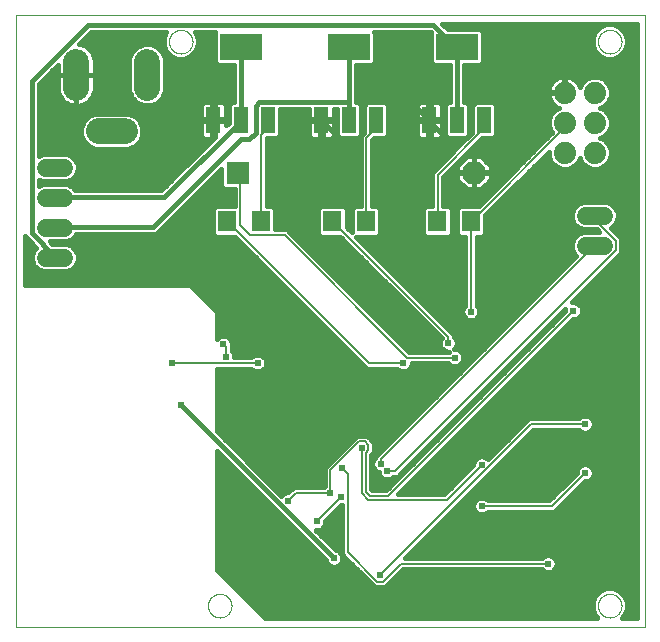
<source format=gbl>
G75*
%MOIN*%
%OFA0B0*%
%FSLAX25Y25*%
%IPPOS*%
%LPD*%
%AMOC8*
5,1,8,0,0,1.08239X$1,22.5*
%
%ADD10C,0.00000*%
%ADD11R,0.07600X0.07600*%
%ADD12OC8,0.07600*%
%ADD13C,0.06000*%
%ADD14R,0.06299X0.07098*%
%ADD15R,0.04799X0.08799*%
%ADD16R,0.14173X0.08661*%
%ADD17C,0.08600*%
%ADD18C,0.07400*%
%ADD19C,0.01500*%
%ADD20C,0.02400*%
%ADD21C,0.01600*%
%ADD22C,0.00600*%
D10*
X0011520Y0002000D02*
X0011520Y0205961D01*
X0221220Y0205961D01*
X0221220Y0002000D01*
X0011520Y0002000D01*
X0075583Y0009000D02*
X0075585Y0009125D01*
X0075591Y0009250D01*
X0075601Y0009374D01*
X0075615Y0009498D01*
X0075632Y0009622D01*
X0075654Y0009745D01*
X0075680Y0009867D01*
X0075709Y0009989D01*
X0075742Y0010109D01*
X0075780Y0010228D01*
X0075820Y0010347D01*
X0075865Y0010463D01*
X0075913Y0010578D01*
X0075965Y0010692D01*
X0076021Y0010804D01*
X0076080Y0010914D01*
X0076142Y0011022D01*
X0076208Y0011129D01*
X0076277Y0011233D01*
X0076350Y0011334D01*
X0076425Y0011434D01*
X0076504Y0011531D01*
X0076586Y0011625D01*
X0076671Y0011717D01*
X0076758Y0011806D01*
X0076849Y0011892D01*
X0076942Y0011975D01*
X0077038Y0012056D01*
X0077136Y0012133D01*
X0077236Y0012207D01*
X0077339Y0012278D01*
X0077444Y0012345D01*
X0077552Y0012410D01*
X0077661Y0012470D01*
X0077772Y0012528D01*
X0077885Y0012581D01*
X0077999Y0012631D01*
X0078115Y0012678D01*
X0078232Y0012720D01*
X0078351Y0012759D01*
X0078471Y0012795D01*
X0078592Y0012826D01*
X0078714Y0012854D01*
X0078836Y0012877D01*
X0078960Y0012897D01*
X0079084Y0012913D01*
X0079208Y0012925D01*
X0079333Y0012933D01*
X0079458Y0012937D01*
X0079582Y0012937D01*
X0079707Y0012933D01*
X0079832Y0012925D01*
X0079956Y0012913D01*
X0080080Y0012897D01*
X0080204Y0012877D01*
X0080326Y0012854D01*
X0080448Y0012826D01*
X0080569Y0012795D01*
X0080689Y0012759D01*
X0080808Y0012720D01*
X0080925Y0012678D01*
X0081041Y0012631D01*
X0081155Y0012581D01*
X0081268Y0012528D01*
X0081379Y0012470D01*
X0081489Y0012410D01*
X0081596Y0012345D01*
X0081701Y0012278D01*
X0081804Y0012207D01*
X0081904Y0012133D01*
X0082002Y0012056D01*
X0082098Y0011975D01*
X0082191Y0011892D01*
X0082282Y0011806D01*
X0082369Y0011717D01*
X0082454Y0011625D01*
X0082536Y0011531D01*
X0082615Y0011434D01*
X0082690Y0011334D01*
X0082763Y0011233D01*
X0082832Y0011129D01*
X0082898Y0011022D01*
X0082960Y0010914D01*
X0083019Y0010804D01*
X0083075Y0010692D01*
X0083127Y0010578D01*
X0083175Y0010463D01*
X0083220Y0010347D01*
X0083260Y0010228D01*
X0083298Y0010109D01*
X0083331Y0009989D01*
X0083360Y0009867D01*
X0083386Y0009745D01*
X0083408Y0009622D01*
X0083425Y0009498D01*
X0083439Y0009374D01*
X0083449Y0009250D01*
X0083455Y0009125D01*
X0083457Y0009000D01*
X0083455Y0008875D01*
X0083449Y0008750D01*
X0083439Y0008626D01*
X0083425Y0008502D01*
X0083408Y0008378D01*
X0083386Y0008255D01*
X0083360Y0008133D01*
X0083331Y0008011D01*
X0083298Y0007891D01*
X0083260Y0007772D01*
X0083220Y0007653D01*
X0083175Y0007537D01*
X0083127Y0007422D01*
X0083075Y0007308D01*
X0083019Y0007196D01*
X0082960Y0007086D01*
X0082898Y0006978D01*
X0082832Y0006871D01*
X0082763Y0006767D01*
X0082690Y0006666D01*
X0082615Y0006566D01*
X0082536Y0006469D01*
X0082454Y0006375D01*
X0082369Y0006283D01*
X0082282Y0006194D01*
X0082191Y0006108D01*
X0082098Y0006025D01*
X0082002Y0005944D01*
X0081904Y0005867D01*
X0081804Y0005793D01*
X0081701Y0005722D01*
X0081596Y0005655D01*
X0081488Y0005590D01*
X0081379Y0005530D01*
X0081268Y0005472D01*
X0081155Y0005419D01*
X0081041Y0005369D01*
X0080925Y0005322D01*
X0080808Y0005280D01*
X0080689Y0005241D01*
X0080569Y0005205D01*
X0080448Y0005174D01*
X0080326Y0005146D01*
X0080204Y0005123D01*
X0080080Y0005103D01*
X0079956Y0005087D01*
X0079832Y0005075D01*
X0079707Y0005067D01*
X0079582Y0005063D01*
X0079458Y0005063D01*
X0079333Y0005067D01*
X0079208Y0005075D01*
X0079084Y0005087D01*
X0078960Y0005103D01*
X0078836Y0005123D01*
X0078714Y0005146D01*
X0078592Y0005174D01*
X0078471Y0005205D01*
X0078351Y0005241D01*
X0078232Y0005280D01*
X0078115Y0005322D01*
X0077999Y0005369D01*
X0077885Y0005419D01*
X0077772Y0005472D01*
X0077661Y0005530D01*
X0077551Y0005590D01*
X0077444Y0005655D01*
X0077339Y0005722D01*
X0077236Y0005793D01*
X0077136Y0005867D01*
X0077038Y0005944D01*
X0076942Y0006025D01*
X0076849Y0006108D01*
X0076758Y0006194D01*
X0076671Y0006283D01*
X0076586Y0006375D01*
X0076504Y0006469D01*
X0076425Y0006566D01*
X0076350Y0006666D01*
X0076277Y0006767D01*
X0076208Y0006871D01*
X0076142Y0006978D01*
X0076080Y0007086D01*
X0076021Y0007196D01*
X0075965Y0007308D01*
X0075913Y0007422D01*
X0075865Y0007537D01*
X0075820Y0007653D01*
X0075780Y0007772D01*
X0075742Y0007891D01*
X0075709Y0008011D01*
X0075680Y0008133D01*
X0075654Y0008255D01*
X0075632Y0008378D01*
X0075615Y0008502D01*
X0075601Y0008626D01*
X0075591Y0008750D01*
X0075585Y0008875D01*
X0075583Y0009000D01*
X0205583Y0009000D02*
X0205585Y0009125D01*
X0205591Y0009250D01*
X0205601Y0009374D01*
X0205615Y0009498D01*
X0205632Y0009622D01*
X0205654Y0009745D01*
X0205680Y0009867D01*
X0205709Y0009989D01*
X0205742Y0010109D01*
X0205780Y0010228D01*
X0205820Y0010347D01*
X0205865Y0010463D01*
X0205913Y0010578D01*
X0205965Y0010692D01*
X0206021Y0010804D01*
X0206080Y0010914D01*
X0206142Y0011022D01*
X0206208Y0011129D01*
X0206277Y0011233D01*
X0206350Y0011334D01*
X0206425Y0011434D01*
X0206504Y0011531D01*
X0206586Y0011625D01*
X0206671Y0011717D01*
X0206758Y0011806D01*
X0206849Y0011892D01*
X0206942Y0011975D01*
X0207038Y0012056D01*
X0207136Y0012133D01*
X0207236Y0012207D01*
X0207339Y0012278D01*
X0207444Y0012345D01*
X0207552Y0012410D01*
X0207661Y0012470D01*
X0207772Y0012528D01*
X0207885Y0012581D01*
X0207999Y0012631D01*
X0208115Y0012678D01*
X0208232Y0012720D01*
X0208351Y0012759D01*
X0208471Y0012795D01*
X0208592Y0012826D01*
X0208714Y0012854D01*
X0208836Y0012877D01*
X0208960Y0012897D01*
X0209084Y0012913D01*
X0209208Y0012925D01*
X0209333Y0012933D01*
X0209458Y0012937D01*
X0209582Y0012937D01*
X0209707Y0012933D01*
X0209832Y0012925D01*
X0209956Y0012913D01*
X0210080Y0012897D01*
X0210204Y0012877D01*
X0210326Y0012854D01*
X0210448Y0012826D01*
X0210569Y0012795D01*
X0210689Y0012759D01*
X0210808Y0012720D01*
X0210925Y0012678D01*
X0211041Y0012631D01*
X0211155Y0012581D01*
X0211268Y0012528D01*
X0211379Y0012470D01*
X0211489Y0012410D01*
X0211596Y0012345D01*
X0211701Y0012278D01*
X0211804Y0012207D01*
X0211904Y0012133D01*
X0212002Y0012056D01*
X0212098Y0011975D01*
X0212191Y0011892D01*
X0212282Y0011806D01*
X0212369Y0011717D01*
X0212454Y0011625D01*
X0212536Y0011531D01*
X0212615Y0011434D01*
X0212690Y0011334D01*
X0212763Y0011233D01*
X0212832Y0011129D01*
X0212898Y0011022D01*
X0212960Y0010914D01*
X0213019Y0010804D01*
X0213075Y0010692D01*
X0213127Y0010578D01*
X0213175Y0010463D01*
X0213220Y0010347D01*
X0213260Y0010228D01*
X0213298Y0010109D01*
X0213331Y0009989D01*
X0213360Y0009867D01*
X0213386Y0009745D01*
X0213408Y0009622D01*
X0213425Y0009498D01*
X0213439Y0009374D01*
X0213449Y0009250D01*
X0213455Y0009125D01*
X0213457Y0009000D01*
X0213455Y0008875D01*
X0213449Y0008750D01*
X0213439Y0008626D01*
X0213425Y0008502D01*
X0213408Y0008378D01*
X0213386Y0008255D01*
X0213360Y0008133D01*
X0213331Y0008011D01*
X0213298Y0007891D01*
X0213260Y0007772D01*
X0213220Y0007653D01*
X0213175Y0007537D01*
X0213127Y0007422D01*
X0213075Y0007308D01*
X0213019Y0007196D01*
X0212960Y0007086D01*
X0212898Y0006978D01*
X0212832Y0006871D01*
X0212763Y0006767D01*
X0212690Y0006666D01*
X0212615Y0006566D01*
X0212536Y0006469D01*
X0212454Y0006375D01*
X0212369Y0006283D01*
X0212282Y0006194D01*
X0212191Y0006108D01*
X0212098Y0006025D01*
X0212002Y0005944D01*
X0211904Y0005867D01*
X0211804Y0005793D01*
X0211701Y0005722D01*
X0211596Y0005655D01*
X0211488Y0005590D01*
X0211379Y0005530D01*
X0211268Y0005472D01*
X0211155Y0005419D01*
X0211041Y0005369D01*
X0210925Y0005322D01*
X0210808Y0005280D01*
X0210689Y0005241D01*
X0210569Y0005205D01*
X0210448Y0005174D01*
X0210326Y0005146D01*
X0210204Y0005123D01*
X0210080Y0005103D01*
X0209956Y0005087D01*
X0209832Y0005075D01*
X0209707Y0005067D01*
X0209582Y0005063D01*
X0209458Y0005063D01*
X0209333Y0005067D01*
X0209208Y0005075D01*
X0209084Y0005087D01*
X0208960Y0005103D01*
X0208836Y0005123D01*
X0208714Y0005146D01*
X0208592Y0005174D01*
X0208471Y0005205D01*
X0208351Y0005241D01*
X0208232Y0005280D01*
X0208115Y0005322D01*
X0207999Y0005369D01*
X0207885Y0005419D01*
X0207772Y0005472D01*
X0207661Y0005530D01*
X0207551Y0005590D01*
X0207444Y0005655D01*
X0207339Y0005722D01*
X0207236Y0005793D01*
X0207136Y0005867D01*
X0207038Y0005944D01*
X0206942Y0006025D01*
X0206849Y0006108D01*
X0206758Y0006194D01*
X0206671Y0006283D01*
X0206586Y0006375D01*
X0206504Y0006469D01*
X0206425Y0006566D01*
X0206350Y0006666D01*
X0206277Y0006767D01*
X0206208Y0006871D01*
X0206142Y0006978D01*
X0206080Y0007086D01*
X0206021Y0007196D01*
X0205965Y0007308D01*
X0205913Y0007422D01*
X0205865Y0007537D01*
X0205820Y0007653D01*
X0205780Y0007772D01*
X0205742Y0007891D01*
X0205709Y0008011D01*
X0205680Y0008133D01*
X0205654Y0008255D01*
X0205632Y0008378D01*
X0205615Y0008502D01*
X0205601Y0008626D01*
X0205591Y0008750D01*
X0205585Y0008875D01*
X0205583Y0009000D01*
X0205583Y0197000D02*
X0205585Y0197125D01*
X0205591Y0197250D01*
X0205601Y0197374D01*
X0205615Y0197498D01*
X0205632Y0197622D01*
X0205654Y0197745D01*
X0205680Y0197867D01*
X0205709Y0197989D01*
X0205742Y0198109D01*
X0205780Y0198228D01*
X0205820Y0198347D01*
X0205865Y0198463D01*
X0205913Y0198578D01*
X0205965Y0198692D01*
X0206021Y0198804D01*
X0206080Y0198914D01*
X0206142Y0199022D01*
X0206208Y0199129D01*
X0206277Y0199233D01*
X0206350Y0199334D01*
X0206425Y0199434D01*
X0206504Y0199531D01*
X0206586Y0199625D01*
X0206671Y0199717D01*
X0206758Y0199806D01*
X0206849Y0199892D01*
X0206942Y0199975D01*
X0207038Y0200056D01*
X0207136Y0200133D01*
X0207236Y0200207D01*
X0207339Y0200278D01*
X0207444Y0200345D01*
X0207552Y0200410D01*
X0207661Y0200470D01*
X0207772Y0200528D01*
X0207885Y0200581D01*
X0207999Y0200631D01*
X0208115Y0200678D01*
X0208232Y0200720D01*
X0208351Y0200759D01*
X0208471Y0200795D01*
X0208592Y0200826D01*
X0208714Y0200854D01*
X0208836Y0200877D01*
X0208960Y0200897D01*
X0209084Y0200913D01*
X0209208Y0200925D01*
X0209333Y0200933D01*
X0209458Y0200937D01*
X0209582Y0200937D01*
X0209707Y0200933D01*
X0209832Y0200925D01*
X0209956Y0200913D01*
X0210080Y0200897D01*
X0210204Y0200877D01*
X0210326Y0200854D01*
X0210448Y0200826D01*
X0210569Y0200795D01*
X0210689Y0200759D01*
X0210808Y0200720D01*
X0210925Y0200678D01*
X0211041Y0200631D01*
X0211155Y0200581D01*
X0211268Y0200528D01*
X0211379Y0200470D01*
X0211489Y0200410D01*
X0211596Y0200345D01*
X0211701Y0200278D01*
X0211804Y0200207D01*
X0211904Y0200133D01*
X0212002Y0200056D01*
X0212098Y0199975D01*
X0212191Y0199892D01*
X0212282Y0199806D01*
X0212369Y0199717D01*
X0212454Y0199625D01*
X0212536Y0199531D01*
X0212615Y0199434D01*
X0212690Y0199334D01*
X0212763Y0199233D01*
X0212832Y0199129D01*
X0212898Y0199022D01*
X0212960Y0198914D01*
X0213019Y0198804D01*
X0213075Y0198692D01*
X0213127Y0198578D01*
X0213175Y0198463D01*
X0213220Y0198347D01*
X0213260Y0198228D01*
X0213298Y0198109D01*
X0213331Y0197989D01*
X0213360Y0197867D01*
X0213386Y0197745D01*
X0213408Y0197622D01*
X0213425Y0197498D01*
X0213439Y0197374D01*
X0213449Y0197250D01*
X0213455Y0197125D01*
X0213457Y0197000D01*
X0213455Y0196875D01*
X0213449Y0196750D01*
X0213439Y0196626D01*
X0213425Y0196502D01*
X0213408Y0196378D01*
X0213386Y0196255D01*
X0213360Y0196133D01*
X0213331Y0196011D01*
X0213298Y0195891D01*
X0213260Y0195772D01*
X0213220Y0195653D01*
X0213175Y0195537D01*
X0213127Y0195422D01*
X0213075Y0195308D01*
X0213019Y0195196D01*
X0212960Y0195086D01*
X0212898Y0194978D01*
X0212832Y0194871D01*
X0212763Y0194767D01*
X0212690Y0194666D01*
X0212615Y0194566D01*
X0212536Y0194469D01*
X0212454Y0194375D01*
X0212369Y0194283D01*
X0212282Y0194194D01*
X0212191Y0194108D01*
X0212098Y0194025D01*
X0212002Y0193944D01*
X0211904Y0193867D01*
X0211804Y0193793D01*
X0211701Y0193722D01*
X0211596Y0193655D01*
X0211488Y0193590D01*
X0211379Y0193530D01*
X0211268Y0193472D01*
X0211155Y0193419D01*
X0211041Y0193369D01*
X0210925Y0193322D01*
X0210808Y0193280D01*
X0210689Y0193241D01*
X0210569Y0193205D01*
X0210448Y0193174D01*
X0210326Y0193146D01*
X0210204Y0193123D01*
X0210080Y0193103D01*
X0209956Y0193087D01*
X0209832Y0193075D01*
X0209707Y0193067D01*
X0209582Y0193063D01*
X0209458Y0193063D01*
X0209333Y0193067D01*
X0209208Y0193075D01*
X0209084Y0193087D01*
X0208960Y0193103D01*
X0208836Y0193123D01*
X0208714Y0193146D01*
X0208592Y0193174D01*
X0208471Y0193205D01*
X0208351Y0193241D01*
X0208232Y0193280D01*
X0208115Y0193322D01*
X0207999Y0193369D01*
X0207885Y0193419D01*
X0207772Y0193472D01*
X0207661Y0193530D01*
X0207551Y0193590D01*
X0207444Y0193655D01*
X0207339Y0193722D01*
X0207236Y0193793D01*
X0207136Y0193867D01*
X0207038Y0193944D01*
X0206942Y0194025D01*
X0206849Y0194108D01*
X0206758Y0194194D01*
X0206671Y0194283D01*
X0206586Y0194375D01*
X0206504Y0194469D01*
X0206425Y0194566D01*
X0206350Y0194666D01*
X0206277Y0194767D01*
X0206208Y0194871D01*
X0206142Y0194978D01*
X0206080Y0195086D01*
X0206021Y0195196D01*
X0205965Y0195308D01*
X0205913Y0195422D01*
X0205865Y0195537D01*
X0205820Y0195653D01*
X0205780Y0195772D01*
X0205742Y0195891D01*
X0205709Y0196011D01*
X0205680Y0196133D01*
X0205654Y0196255D01*
X0205632Y0196378D01*
X0205615Y0196502D01*
X0205601Y0196626D01*
X0205591Y0196750D01*
X0205585Y0196875D01*
X0205583Y0197000D01*
X0062583Y0197000D02*
X0062585Y0197125D01*
X0062591Y0197250D01*
X0062601Y0197374D01*
X0062615Y0197498D01*
X0062632Y0197622D01*
X0062654Y0197745D01*
X0062680Y0197867D01*
X0062709Y0197989D01*
X0062742Y0198109D01*
X0062780Y0198228D01*
X0062820Y0198347D01*
X0062865Y0198463D01*
X0062913Y0198578D01*
X0062965Y0198692D01*
X0063021Y0198804D01*
X0063080Y0198914D01*
X0063142Y0199022D01*
X0063208Y0199129D01*
X0063277Y0199233D01*
X0063350Y0199334D01*
X0063425Y0199434D01*
X0063504Y0199531D01*
X0063586Y0199625D01*
X0063671Y0199717D01*
X0063758Y0199806D01*
X0063849Y0199892D01*
X0063942Y0199975D01*
X0064038Y0200056D01*
X0064136Y0200133D01*
X0064236Y0200207D01*
X0064339Y0200278D01*
X0064444Y0200345D01*
X0064552Y0200410D01*
X0064661Y0200470D01*
X0064772Y0200528D01*
X0064885Y0200581D01*
X0064999Y0200631D01*
X0065115Y0200678D01*
X0065232Y0200720D01*
X0065351Y0200759D01*
X0065471Y0200795D01*
X0065592Y0200826D01*
X0065714Y0200854D01*
X0065836Y0200877D01*
X0065960Y0200897D01*
X0066084Y0200913D01*
X0066208Y0200925D01*
X0066333Y0200933D01*
X0066458Y0200937D01*
X0066582Y0200937D01*
X0066707Y0200933D01*
X0066832Y0200925D01*
X0066956Y0200913D01*
X0067080Y0200897D01*
X0067204Y0200877D01*
X0067326Y0200854D01*
X0067448Y0200826D01*
X0067569Y0200795D01*
X0067689Y0200759D01*
X0067808Y0200720D01*
X0067925Y0200678D01*
X0068041Y0200631D01*
X0068155Y0200581D01*
X0068268Y0200528D01*
X0068379Y0200470D01*
X0068489Y0200410D01*
X0068596Y0200345D01*
X0068701Y0200278D01*
X0068804Y0200207D01*
X0068904Y0200133D01*
X0069002Y0200056D01*
X0069098Y0199975D01*
X0069191Y0199892D01*
X0069282Y0199806D01*
X0069369Y0199717D01*
X0069454Y0199625D01*
X0069536Y0199531D01*
X0069615Y0199434D01*
X0069690Y0199334D01*
X0069763Y0199233D01*
X0069832Y0199129D01*
X0069898Y0199022D01*
X0069960Y0198914D01*
X0070019Y0198804D01*
X0070075Y0198692D01*
X0070127Y0198578D01*
X0070175Y0198463D01*
X0070220Y0198347D01*
X0070260Y0198228D01*
X0070298Y0198109D01*
X0070331Y0197989D01*
X0070360Y0197867D01*
X0070386Y0197745D01*
X0070408Y0197622D01*
X0070425Y0197498D01*
X0070439Y0197374D01*
X0070449Y0197250D01*
X0070455Y0197125D01*
X0070457Y0197000D01*
X0070455Y0196875D01*
X0070449Y0196750D01*
X0070439Y0196626D01*
X0070425Y0196502D01*
X0070408Y0196378D01*
X0070386Y0196255D01*
X0070360Y0196133D01*
X0070331Y0196011D01*
X0070298Y0195891D01*
X0070260Y0195772D01*
X0070220Y0195653D01*
X0070175Y0195537D01*
X0070127Y0195422D01*
X0070075Y0195308D01*
X0070019Y0195196D01*
X0069960Y0195086D01*
X0069898Y0194978D01*
X0069832Y0194871D01*
X0069763Y0194767D01*
X0069690Y0194666D01*
X0069615Y0194566D01*
X0069536Y0194469D01*
X0069454Y0194375D01*
X0069369Y0194283D01*
X0069282Y0194194D01*
X0069191Y0194108D01*
X0069098Y0194025D01*
X0069002Y0193944D01*
X0068904Y0193867D01*
X0068804Y0193793D01*
X0068701Y0193722D01*
X0068596Y0193655D01*
X0068488Y0193590D01*
X0068379Y0193530D01*
X0068268Y0193472D01*
X0068155Y0193419D01*
X0068041Y0193369D01*
X0067925Y0193322D01*
X0067808Y0193280D01*
X0067689Y0193241D01*
X0067569Y0193205D01*
X0067448Y0193174D01*
X0067326Y0193146D01*
X0067204Y0193123D01*
X0067080Y0193103D01*
X0066956Y0193087D01*
X0066832Y0193075D01*
X0066707Y0193067D01*
X0066582Y0193063D01*
X0066458Y0193063D01*
X0066333Y0193067D01*
X0066208Y0193075D01*
X0066084Y0193087D01*
X0065960Y0193103D01*
X0065836Y0193123D01*
X0065714Y0193146D01*
X0065592Y0193174D01*
X0065471Y0193205D01*
X0065351Y0193241D01*
X0065232Y0193280D01*
X0065115Y0193322D01*
X0064999Y0193369D01*
X0064885Y0193419D01*
X0064772Y0193472D01*
X0064661Y0193530D01*
X0064551Y0193590D01*
X0064444Y0193655D01*
X0064339Y0193722D01*
X0064236Y0193793D01*
X0064136Y0193867D01*
X0064038Y0193944D01*
X0063942Y0194025D01*
X0063849Y0194108D01*
X0063758Y0194194D01*
X0063671Y0194283D01*
X0063586Y0194375D01*
X0063504Y0194469D01*
X0063425Y0194566D01*
X0063350Y0194666D01*
X0063277Y0194767D01*
X0063208Y0194871D01*
X0063142Y0194978D01*
X0063080Y0195086D01*
X0063021Y0195196D01*
X0062965Y0195308D01*
X0062913Y0195422D01*
X0062865Y0195537D01*
X0062820Y0195653D01*
X0062780Y0195772D01*
X0062742Y0195891D01*
X0062709Y0196011D01*
X0062680Y0196133D01*
X0062654Y0196255D01*
X0062632Y0196378D01*
X0062615Y0196502D01*
X0062601Y0196626D01*
X0062591Y0196750D01*
X0062585Y0196875D01*
X0062583Y0197000D01*
D11*
X0085462Y0153350D03*
D12*
X0164202Y0153350D03*
D13*
X0201520Y0139000D02*
X0207520Y0139000D01*
X0207520Y0129000D02*
X0201520Y0129000D01*
X0027520Y0125000D02*
X0021520Y0125000D01*
X0021520Y0135000D02*
X0027520Y0135000D01*
X0027520Y0145000D02*
X0021520Y0145000D01*
X0021520Y0155000D02*
X0027520Y0155000D01*
D14*
X0082071Y0137190D03*
X0093268Y0137190D03*
X0117071Y0137190D03*
X0128268Y0137190D03*
X0152071Y0137190D03*
X0163268Y0137190D03*
D15*
X0167618Y0170799D03*
X0158520Y0170799D03*
X0149421Y0170799D03*
X0131618Y0170799D03*
X0122520Y0170799D03*
X0113421Y0170799D03*
X0095618Y0170799D03*
X0086520Y0170799D03*
X0077421Y0170799D03*
D16*
X0086520Y0195201D03*
X0122520Y0195201D03*
X0158520Y0195201D03*
D17*
X0055331Y0190300D02*
X0055331Y0181700D01*
X0047820Y0167102D02*
X0039220Y0167102D01*
X0031709Y0181700D02*
X0031709Y0190300D01*
D18*
X0194520Y0180000D03*
X0204520Y0180000D03*
X0204520Y0170000D03*
X0204520Y0160000D03*
X0194520Y0160000D03*
X0194520Y0170000D03*
D19*
X0194420Y0179900D02*
X0194520Y0180000D01*
X0194420Y0179900D02*
X0167720Y0179900D01*
X0163520Y0175700D01*
X0163520Y0166700D01*
X0161420Y0164600D01*
X0155420Y0164600D01*
X0149720Y0170300D01*
X0149421Y0170799D01*
X0149420Y0170900D01*
X0143420Y0176900D01*
X0128720Y0176900D01*
X0127520Y0175700D01*
X0127520Y0166700D01*
X0125420Y0164600D01*
X0119720Y0164600D01*
X0113720Y0170600D01*
X0113421Y0170799D01*
X0122520Y0170799D02*
X0122720Y0170900D01*
X0122720Y0176900D01*
X0092720Y0176900D01*
X0091520Y0175700D01*
X0091520Y0166700D01*
X0089420Y0164600D01*
X0086720Y0164600D01*
X0057320Y0135200D01*
X0024620Y0135200D01*
X0024520Y0135000D01*
X0016820Y0133100D02*
X0016820Y0183800D01*
X0035720Y0202700D01*
X0150620Y0202700D01*
X0157820Y0195500D01*
X0158520Y0195201D01*
X0158720Y0195200D01*
X0158720Y0170900D01*
X0158520Y0170799D01*
X0122720Y0176900D02*
X0122720Y0195200D01*
X0122520Y0195201D01*
X0086720Y0195200D02*
X0086720Y0170900D01*
X0086520Y0170799D01*
X0086120Y0170300D01*
X0060920Y0145100D01*
X0024620Y0145100D01*
X0024520Y0145000D01*
X0016820Y0133100D02*
X0024320Y0125600D01*
X0024320Y0125000D01*
X0024520Y0125000D01*
X0053720Y0162800D02*
X0053720Y0170900D01*
X0077420Y0170900D01*
X0077421Y0170799D01*
X0053720Y0170900D02*
X0052520Y0170900D01*
X0037520Y0185900D01*
X0031820Y0185900D01*
X0031709Y0186000D01*
X0086520Y0195201D02*
X0086720Y0195200D01*
X0091220Y0097700D02*
X0096920Y0092000D01*
X0096920Y0089000D01*
X0106520Y0089000D01*
X0106820Y0088400D01*
X0131120Y0064100D01*
X0131120Y0060200D01*
X0130220Y0059300D01*
X0130220Y0055400D01*
X0130520Y0055100D01*
X0130520Y0047900D01*
X0117620Y0024800D02*
X0066620Y0075800D01*
X0096920Y0081200D02*
X0096920Y0089000D01*
D20*
X0092120Y0089900D03*
X0091220Y0097700D03*
X0080720Y0096200D03*
X0081620Y0092000D03*
X0096920Y0081200D03*
X0106520Y0089000D03*
X0126920Y0061700D03*
X0133220Y0056300D03*
X0135320Y0053900D03*
X0130520Y0047900D03*
X0120020Y0045200D03*
X0116420Y0046700D03*
X0120320Y0054800D03*
X0111920Y0037100D03*
X0102320Y0044000D03*
X0117620Y0024800D03*
X0132920Y0019100D03*
X0166820Y0042200D03*
X0166820Y0056000D03*
X0201320Y0053300D03*
X0201320Y0069500D03*
X0197420Y0107300D03*
X0163220Y0107000D03*
X0155720Y0096500D03*
X0157820Y0091700D03*
X0140720Y0089900D03*
X0189020Y0023000D03*
X0066620Y0075800D03*
X0063620Y0089900D03*
X0053720Y0162800D03*
D21*
X0052821Y0163760D02*
X0053720Y0165929D01*
X0053720Y0168276D01*
X0052821Y0170444D01*
X0051162Y0172104D01*
X0048993Y0173002D01*
X0038046Y0173002D01*
X0035878Y0172104D01*
X0034218Y0170444D01*
X0033320Y0168276D01*
X0033320Y0165929D01*
X0034218Y0163760D01*
X0035878Y0162101D01*
X0038046Y0161202D01*
X0048993Y0161202D01*
X0051162Y0162101D01*
X0052821Y0163760D01*
X0052511Y0163450D02*
X0075946Y0163450D01*
X0077021Y0164600D02*
X0074785Y0164600D01*
X0074327Y0164722D01*
X0073916Y0164959D01*
X0073581Y0165294D01*
X0073344Y0165705D01*
X0073222Y0166163D01*
X0073222Y0170399D01*
X0077021Y0170399D01*
X0077821Y0170399D01*
X0077821Y0165325D01*
X0059946Y0147450D01*
X0031484Y0147450D01*
X0031419Y0147606D01*
X0030125Y0148900D01*
X0028435Y0149600D01*
X0020605Y0149600D01*
X0019170Y0149006D01*
X0019170Y0150994D01*
X0020605Y0150400D01*
X0028435Y0150400D01*
X0030125Y0151100D01*
X0031419Y0152394D01*
X0032120Y0154085D01*
X0032120Y0155915D01*
X0031419Y0157606D01*
X0030125Y0158900D01*
X0028435Y0159600D01*
X0020605Y0159600D01*
X0019170Y0159006D01*
X0019170Y0182827D01*
X0025609Y0189266D01*
X0025609Y0186000D01*
X0025609Y0181220D01*
X0025759Y0180272D01*
X0026056Y0179358D01*
X0026491Y0178503D01*
X0027056Y0177726D01*
X0027735Y0177047D01*
X0028512Y0176483D01*
X0029367Y0176047D01*
X0030280Y0175750D01*
X0031229Y0175600D01*
X0031709Y0175600D01*
X0032189Y0175600D01*
X0033137Y0175750D01*
X0034050Y0176047D01*
X0034906Y0176483D01*
X0035683Y0177047D01*
X0036361Y0177726D01*
X0036926Y0178503D01*
X0037362Y0179358D01*
X0037658Y0180272D01*
X0037809Y0181220D01*
X0037809Y0186000D01*
X0037809Y0190780D01*
X0037658Y0191728D01*
X0037362Y0192642D01*
X0036926Y0193497D01*
X0036361Y0194274D01*
X0035683Y0194953D01*
X0034906Y0195517D01*
X0034050Y0195953D01*
X0033137Y0196250D01*
X0032667Y0196324D01*
X0036693Y0200350D01*
X0061756Y0200350D01*
X0061656Y0200250D01*
X0060783Y0198141D01*
X0060783Y0195859D01*
X0061656Y0193750D01*
X0063270Y0192136D01*
X0065379Y0191263D01*
X0067661Y0191263D01*
X0069769Y0192136D01*
X0071383Y0193750D01*
X0072257Y0195859D01*
X0072257Y0198141D01*
X0071383Y0200250D01*
X0071283Y0200350D01*
X0077989Y0200350D01*
X0077833Y0200194D01*
X0077833Y0190207D01*
X0078770Y0189270D01*
X0084370Y0189270D01*
X0084370Y0176799D01*
X0083457Y0176799D01*
X0082520Y0175862D01*
X0082520Y0170024D01*
X0081621Y0169125D01*
X0081621Y0170399D01*
X0077821Y0170399D01*
X0077821Y0171199D01*
X0077021Y0171199D01*
X0077021Y0170399D01*
X0077021Y0164600D01*
X0077021Y0165048D02*
X0077544Y0165048D01*
X0077821Y0166647D02*
X0077021Y0166647D01*
X0077021Y0168245D02*
X0077821Y0168245D01*
X0077821Y0169844D02*
X0077021Y0169844D01*
X0077021Y0171199D02*
X0073222Y0171199D01*
X0073222Y0175436D01*
X0073344Y0175894D01*
X0073581Y0176304D01*
X0073916Y0176639D01*
X0074327Y0176876D01*
X0074785Y0176999D01*
X0077021Y0176999D01*
X0077021Y0171199D01*
X0077021Y0171442D02*
X0077821Y0171442D01*
X0077821Y0171199D02*
X0077821Y0176999D01*
X0080058Y0176999D01*
X0080516Y0176876D01*
X0080926Y0176639D01*
X0081261Y0176304D01*
X0081498Y0175894D01*
X0081621Y0175436D01*
X0081621Y0171199D01*
X0077821Y0171199D01*
X0077821Y0173041D02*
X0077021Y0173041D01*
X0077021Y0174639D02*
X0077821Y0174639D01*
X0077821Y0176238D02*
X0077021Y0176238D01*
X0073543Y0176238D02*
X0057561Y0176238D01*
X0056504Y0175800D02*
X0058673Y0176698D01*
X0060332Y0178358D01*
X0061231Y0180526D01*
X0061231Y0191474D01*
X0060332Y0193642D01*
X0058673Y0195302D01*
X0056504Y0196200D01*
X0054157Y0196200D01*
X0051989Y0195302D01*
X0050329Y0193642D01*
X0049431Y0191474D01*
X0049431Y0180526D01*
X0050329Y0178358D01*
X0051989Y0176698D01*
X0054157Y0175800D01*
X0056504Y0175800D01*
X0059811Y0177836D02*
X0084370Y0177836D01*
X0084370Y0179435D02*
X0060779Y0179435D01*
X0061231Y0181033D02*
X0084370Y0181033D01*
X0084370Y0182632D02*
X0061231Y0182632D01*
X0061231Y0184230D02*
X0084370Y0184230D01*
X0084370Y0185829D02*
X0061231Y0185829D01*
X0061231Y0187427D02*
X0084370Y0187427D01*
X0084370Y0189026D02*
X0061231Y0189026D01*
X0061231Y0190624D02*
X0077833Y0190624D01*
X0077833Y0192223D02*
X0069856Y0192223D01*
X0071413Y0193821D02*
X0077833Y0193821D01*
X0077833Y0195420D02*
X0072075Y0195420D01*
X0072257Y0197018D02*
X0077833Y0197018D01*
X0077833Y0198617D02*
X0072060Y0198617D01*
X0071398Y0200215D02*
X0077854Y0200215D01*
X0063183Y0192223D02*
X0060920Y0192223D01*
X0061627Y0193821D02*
X0060153Y0193821D01*
X0060964Y0195420D02*
X0058388Y0195420D01*
X0060783Y0197018D02*
X0033361Y0197018D01*
X0034960Y0198617D02*
X0060980Y0198617D01*
X0061642Y0200215D02*
X0036558Y0200215D01*
X0035040Y0195420D02*
X0052274Y0195420D01*
X0050508Y0193821D02*
X0036690Y0193821D01*
X0037498Y0192223D02*
X0049741Y0192223D01*
X0049431Y0190624D02*
X0037809Y0190624D01*
X0037809Y0189026D02*
X0049431Y0189026D01*
X0049431Y0187427D02*
X0037809Y0187427D01*
X0037809Y0186000D02*
X0031709Y0186000D01*
X0031709Y0186000D01*
X0037809Y0186000D01*
X0037809Y0185829D02*
X0049431Y0185829D01*
X0049431Y0184230D02*
X0037809Y0184230D01*
X0037809Y0182632D02*
X0049431Y0182632D01*
X0049431Y0181033D02*
X0037779Y0181033D01*
X0037387Y0179435D02*
X0049883Y0179435D01*
X0050851Y0177836D02*
X0036441Y0177836D01*
X0034425Y0176238D02*
X0053100Y0176238D01*
X0051824Y0171442D02*
X0073222Y0171442D01*
X0073222Y0169844D02*
X0053070Y0169844D01*
X0053720Y0168245D02*
X0073222Y0168245D01*
X0073222Y0166647D02*
X0053720Y0166647D01*
X0053355Y0165048D02*
X0073828Y0165048D01*
X0074347Y0161851D02*
X0050560Y0161851D01*
X0036480Y0161851D02*
X0019170Y0161851D01*
X0019170Y0160253D02*
X0072749Y0160253D01*
X0071150Y0158654D02*
X0030371Y0158654D01*
X0031647Y0157056D02*
X0069552Y0157056D01*
X0067953Y0155457D02*
X0032120Y0155457D01*
X0032026Y0153859D02*
X0066355Y0153859D01*
X0064756Y0152260D02*
X0031285Y0152260D01*
X0029066Y0150662D02*
X0063158Y0150662D01*
X0061559Y0149063D02*
X0029731Y0149063D01*
X0031478Y0147465D02*
X0059961Y0147465D01*
X0066514Y0141070D02*
X0077322Y0141070D01*
X0077322Y0141402D02*
X0077322Y0132978D01*
X0078259Y0132041D01*
X0084492Y0132041D01*
X0128533Y0088000D01*
X0138660Y0088000D01*
X0139134Y0087526D01*
X0140163Y0087100D01*
X0141277Y0087100D01*
X0142306Y0087526D01*
X0143093Y0088314D01*
X0143520Y0089343D01*
X0143520Y0089800D01*
X0155760Y0089800D01*
X0156234Y0089326D01*
X0157263Y0088900D01*
X0158377Y0088900D01*
X0159406Y0089326D01*
X0160193Y0090114D01*
X0160620Y0091143D01*
X0160620Y0092257D01*
X0160193Y0093286D01*
X0159406Y0094074D01*
X0158377Y0094500D01*
X0157679Y0094500D01*
X0158093Y0094914D01*
X0158520Y0095943D01*
X0158520Y0097057D01*
X0158093Y0098086D01*
X0157620Y0098560D01*
X0157620Y0099387D01*
X0124966Y0132041D01*
X0132080Y0132041D01*
X0133018Y0132978D01*
X0133018Y0141402D01*
X0132080Y0142339D01*
X0130320Y0142339D01*
X0130320Y0164113D01*
X0131006Y0164800D01*
X0134680Y0164800D01*
X0135618Y0165737D01*
X0135618Y0175862D01*
X0134680Y0176799D01*
X0128556Y0176799D01*
X0127619Y0175862D01*
X0127619Y0166786D01*
X0126520Y0165687D01*
X0126520Y0142339D01*
X0124456Y0142339D01*
X0123519Y0141402D01*
X0123519Y0133488D01*
X0121821Y0135186D01*
X0121821Y0141402D01*
X0120884Y0142339D01*
X0113259Y0142339D01*
X0112322Y0141402D01*
X0112322Y0132978D01*
X0113259Y0132041D01*
X0119592Y0132041D01*
X0153446Y0098186D01*
X0153346Y0098086D01*
X0152920Y0097057D01*
X0152920Y0095943D01*
X0153346Y0094914D01*
X0154134Y0094126D01*
X0155163Y0093700D01*
X0155860Y0093700D01*
X0155760Y0093600D01*
X0142707Y0093600D01*
X0103020Y0133287D01*
X0101907Y0134400D01*
X0098018Y0134400D01*
X0098018Y0141402D01*
X0097080Y0142339D01*
X0095220Y0142339D01*
X0095220Y0164800D01*
X0098680Y0164800D01*
X0099618Y0165737D01*
X0099618Y0174550D01*
X0109222Y0174550D01*
X0109222Y0171199D01*
X0113021Y0171199D01*
X0113021Y0170399D01*
X0113821Y0170399D01*
X0113821Y0164600D01*
X0116058Y0164600D01*
X0116516Y0164722D01*
X0116926Y0164959D01*
X0117261Y0165294D01*
X0117498Y0165705D01*
X0117621Y0166163D01*
X0117621Y0170399D01*
X0113821Y0170399D01*
X0113821Y0171199D01*
X0117621Y0171199D01*
X0117621Y0174550D01*
X0118520Y0174550D01*
X0118520Y0165737D01*
X0119457Y0164800D01*
X0125582Y0164800D01*
X0126519Y0165737D01*
X0126519Y0175862D01*
X0125582Y0176799D01*
X0125070Y0176799D01*
X0125070Y0189270D01*
X0130269Y0189270D01*
X0131206Y0190207D01*
X0131206Y0200194D01*
X0131051Y0200350D01*
X0149646Y0200350D01*
X0149833Y0200163D01*
X0149833Y0190207D01*
X0150770Y0189270D01*
X0156370Y0189270D01*
X0156370Y0176799D01*
X0155457Y0176799D01*
X0154520Y0175862D01*
X0154520Y0165737D01*
X0155457Y0164800D01*
X0161582Y0164800D01*
X0162519Y0165737D01*
X0162519Y0175862D01*
X0161582Y0176799D01*
X0161070Y0176799D01*
X0161070Y0189270D01*
X0166269Y0189270D01*
X0167206Y0190207D01*
X0167206Y0200194D01*
X0166269Y0201131D01*
X0155512Y0201131D01*
X0153643Y0203000D01*
X0218520Y0203000D01*
X0218520Y0005000D01*
X0213633Y0005000D01*
X0214383Y0005750D01*
X0215257Y0007859D01*
X0215257Y0010141D01*
X0214383Y0012250D01*
X0212769Y0013864D01*
X0210661Y0014737D01*
X0208379Y0014737D01*
X0206270Y0013864D01*
X0204656Y0012250D01*
X0203783Y0010141D01*
X0203783Y0007859D01*
X0204656Y0005750D01*
X0205406Y0005000D01*
X0094520Y0005000D01*
X0078520Y0021000D01*
X0078520Y0060577D01*
X0114820Y0024277D01*
X0114820Y0024243D01*
X0115246Y0023214D01*
X0116034Y0022426D01*
X0117063Y0022000D01*
X0118177Y0022000D01*
X0119206Y0022426D01*
X0119993Y0023214D01*
X0120420Y0024243D01*
X0120420Y0025357D01*
X0119993Y0026386D01*
X0119206Y0027174D01*
X0118177Y0027600D01*
X0118143Y0027600D01*
X0111443Y0034300D01*
X0112477Y0034300D01*
X0113506Y0034726D01*
X0114293Y0035514D01*
X0114720Y0036543D01*
X0114720Y0037213D01*
X0119907Y0042400D01*
X0120220Y0042400D01*
X0120220Y0026113D01*
X0121333Y0025000D01*
X0131233Y0015100D01*
X0134607Y0015100D01*
X0135720Y0016213D01*
X0140607Y0021100D01*
X0186960Y0021100D01*
X0187434Y0020626D01*
X0188463Y0020200D01*
X0189577Y0020200D01*
X0190606Y0020626D01*
X0191393Y0021414D01*
X0191820Y0022443D01*
X0191820Y0023557D01*
X0191393Y0024586D01*
X0190606Y0025374D01*
X0189577Y0025800D01*
X0188463Y0025800D01*
X0187434Y0025374D01*
X0186960Y0024900D01*
X0141407Y0024900D01*
X0184107Y0067600D01*
X0199260Y0067600D01*
X0199734Y0067126D01*
X0200763Y0066700D01*
X0201877Y0066700D01*
X0202906Y0067126D01*
X0203693Y0067914D01*
X0204120Y0068943D01*
X0204120Y0070057D01*
X0203693Y0071086D01*
X0202906Y0071874D01*
X0201877Y0072300D01*
X0200763Y0072300D01*
X0199734Y0071874D01*
X0199260Y0071400D01*
X0182533Y0071400D01*
X0168956Y0057823D01*
X0168406Y0058374D01*
X0167377Y0058800D01*
X0166263Y0058800D01*
X0165234Y0058374D01*
X0164446Y0057586D01*
X0164020Y0056557D01*
X0164020Y0055887D01*
X0154333Y0046200D01*
X0139007Y0046200D01*
X0197307Y0104500D01*
X0197977Y0104500D01*
X0199006Y0104926D01*
X0199793Y0105714D01*
X0200220Y0106743D01*
X0200220Y0107857D01*
X0199793Y0108886D01*
X0199006Y0109674D01*
X0197977Y0110100D01*
X0196907Y0110100D01*
X0213420Y0126613D01*
X0213420Y0131487D01*
X0212307Y0132600D01*
X0209900Y0135007D01*
X0210125Y0135100D01*
X0211419Y0136394D01*
X0212120Y0138085D01*
X0212120Y0139915D01*
X0211419Y0141606D01*
X0210125Y0142900D01*
X0208435Y0143600D01*
X0200605Y0143600D01*
X0198914Y0142900D01*
X0197620Y0141606D01*
X0196920Y0139915D01*
X0196920Y0138085D01*
X0197620Y0136394D01*
X0198914Y0135100D01*
X0200605Y0134400D01*
X0205133Y0134400D01*
X0205933Y0133600D01*
X0200605Y0133600D01*
X0198914Y0132900D01*
X0197620Y0131606D01*
X0196920Y0129915D01*
X0196920Y0128085D01*
X0197620Y0126394D01*
X0198373Y0125641D01*
X0131320Y0058587D01*
X0131320Y0058360D01*
X0130846Y0057886D01*
X0130420Y0056857D01*
X0130420Y0055743D01*
X0130846Y0054714D01*
X0131634Y0053926D01*
X0132520Y0053559D01*
X0132520Y0053343D01*
X0132946Y0052314D01*
X0133734Y0051526D01*
X0134763Y0051100D01*
X0135877Y0051100D01*
X0136906Y0051526D01*
X0137379Y0052000D01*
X0138807Y0052000D01*
X0139920Y0053113D01*
X0194620Y0107813D01*
X0194620Y0107187D01*
X0134833Y0047400D01*
X0130407Y0047400D01*
X0130020Y0047787D01*
X0130020Y0059113D01*
X0130920Y0060013D01*
X0130920Y0063387D01*
X0129807Y0064500D01*
X0128607Y0065700D01*
X0125233Y0065700D01*
X0124120Y0064587D01*
X0114520Y0054987D01*
X0114520Y0048760D01*
X0114360Y0048600D01*
X0104233Y0048600D01*
X0102433Y0046800D01*
X0101763Y0046800D01*
X0100734Y0046374D01*
X0100051Y0045692D01*
X0078520Y0067223D01*
X0078520Y0088000D01*
X0090060Y0088000D01*
X0090534Y0087526D01*
X0091563Y0087100D01*
X0092677Y0087100D01*
X0093706Y0087526D01*
X0094493Y0088314D01*
X0094920Y0089343D01*
X0094920Y0090457D01*
X0094493Y0091486D01*
X0093706Y0092274D01*
X0092677Y0092700D01*
X0091563Y0092700D01*
X0090534Y0092274D01*
X0090060Y0091800D01*
X0084420Y0091800D01*
X0084420Y0092557D01*
X0083993Y0093586D01*
X0083520Y0094060D01*
X0083520Y0096757D01*
X0083093Y0097786D01*
X0082306Y0098574D01*
X0081277Y0099000D01*
X0080163Y0099000D01*
X0079134Y0098574D01*
X0078520Y0097960D01*
X0078520Y0107000D01*
X0069520Y0116000D01*
X0014520Y0116000D01*
X0014520Y0132077D01*
X0015846Y0130750D01*
X0018305Y0128291D01*
X0017620Y0127606D01*
X0016920Y0125915D01*
X0016920Y0124085D01*
X0017620Y0122394D01*
X0018914Y0121100D01*
X0020605Y0120400D01*
X0028435Y0120400D01*
X0030125Y0121100D01*
X0031419Y0122394D01*
X0032120Y0124085D01*
X0032120Y0125915D01*
X0031419Y0127606D01*
X0030125Y0128900D01*
X0028435Y0129600D01*
X0023643Y0129600D01*
X0022843Y0130400D01*
X0028435Y0130400D01*
X0030125Y0131100D01*
X0031419Y0132394D01*
X0031608Y0132850D01*
X0058293Y0132850D01*
X0080062Y0154618D01*
X0080062Y0148887D01*
X0080999Y0147950D01*
X0084520Y0147950D01*
X0084520Y0142339D01*
X0078259Y0142339D01*
X0077322Y0141402D01*
X0077322Y0139472D02*
X0064915Y0139472D01*
X0063317Y0137873D02*
X0077322Y0137873D01*
X0077322Y0136275D02*
X0061718Y0136275D01*
X0060120Y0134676D02*
X0077322Y0134676D01*
X0077322Y0133078D02*
X0058521Y0133078D01*
X0068112Y0142669D02*
X0084520Y0142669D01*
X0084520Y0144268D02*
X0069711Y0144268D01*
X0071309Y0145866D02*
X0084520Y0145866D01*
X0084520Y0147465D02*
X0072908Y0147465D01*
X0074506Y0149063D02*
X0080062Y0149063D01*
X0080062Y0150662D02*
X0076105Y0150662D01*
X0077703Y0152260D02*
X0080062Y0152260D01*
X0080062Y0153859D02*
X0079302Y0153859D01*
X0095220Y0153859D02*
X0126520Y0153859D01*
X0126520Y0155457D02*
X0095220Y0155457D01*
X0095220Y0157056D02*
X0126520Y0157056D01*
X0126520Y0158654D02*
X0095220Y0158654D01*
X0095220Y0160253D02*
X0126520Y0160253D01*
X0126520Y0161851D02*
X0095220Y0161851D01*
X0095220Y0163450D02*
X0126520Y0163450D01*
X0126520Y0165048D02*
X0125831Y0165048D01*
X0126519Y0166647D02*
X0127479Y0166647D01*
X0127619Y0168245D02*
X0126519Y0168245D01*
X0126519Y0169844D02*
X0127619Y0169844D01*
X0127619Y0171442D02*
X0126519Y0171442D01*
X0126519Y0173041D02*
X0127619Y0173041D01*
X0127619Y0174639D02*
X0126519Y0174639D01*
X0126143Y0176238D02*
X0127995Y0176238D01*
X0125070Y0177836D02*
X0156370Y0177836D01*
X0156370Y0179435D02*
X0125070Y0179435D01*
X0125070Y0181033D02*
X0156370Y0181033D01*
X0156370Y0182632D02*
X0125070Y0182632D01*
X0125070Y0184230D02*
X0156370Y0184230D01*
X0156370Y0185829D02*
X0125070Y0185829D01*
X0125070Y0187427D02*
X0156370Y0187427D01*
X0156370Y0189026D02*
X0125070Y0189026D01*
X0131206Y0190624D02*
X0149833Y0190624D01*
X0149833Y0192223D02*
X0131206Y0192223D01*
X0131206Y0193821D02*
X0149833Y0193821D01*
X0149833Y0195420D02*
X0131206Y0195420D01*
X0131206Y0197018D02*
X0149833Y0197018D01*
X0149833Y0198617D02*
X0131206Y0198617D01*
X0131185Y0200215D02*
X0149781Y0200215D01*
X0154829Y0201814D02*
X0206220Y0201814D01*
X0206270Y0201864D02*
X0204656Y0200250D01*
X0203783Y0198141D01*
X0203783Y0195859D01*
X0204656Y0193750D01*
X0206270Y0192136D01*
X0208379Y0191263D01*
X0210661Y0191263D01*
X0212769Y0192136D01*
X0214383Y0193750D01*
X0215257Y0195859D01*
X0215257Y0198141D01*
X0214383Y0200250D01*
X0212769Y0201864D01*
X0210661Y0202737D01*
X0208379Y0202737D01*
X0206270Y0201864D01*
X0204642Y0200215D02*
X0167185Y0200215D01*
X0167206Y0198617D02*
X0203980Y0198617D01*
X0203783Y0197018D02*
X0167206Y0197018D01*
X0167206Y0195420D02*
X0203964Y0195420D01*
X0204627Y0193821D02*
X0167206Y0193821D01*
X0167206Y0192223D02*
X0206183Y0192223D01*
X0212856Y0192223D02*
X0218520Y0192223D01*
X0218520Y0193821D02*
X0214413Y0193821D01*
X0215075Y0195420D02*
X0218520Y0195420D01*
X0218520Y0197018D02*
X0215257Y0197018D01*
X0215060Y0198617D02*
X0218520Y0198617D01*
X0218520Y0200215D02*
X0214398Y0200215D01*
X0212819Y0201814D02*
X0218520Y0201814D01*
X0218520Y0190624D02*
X0167206Y0190624D01*
X0161070Y0189026D02*
X0218520Y0189026D01*
X0218520Y0187427D02*
X0161070Y0187427D01*
X0161070Y0185829D02*
X0218520Y0185829D01*
X0218520Y0184230D02*
X0207785Y0184230D01*
X0207522Y0184493D02*
X0205574Y0185300D01*
X0203465Y0185300D01*
X0201517Y0184493D01*
X0200027Y0183002D01*
X0199635Y0182056D01*
X0199617Y0182111D01*
X0199224Y0182883D01*
X0198715Y0183583D01*
X0198103Y0184195D01*
X0197402Y0184704D01*
X0196631Y0185097D01*
X0195808Y0185365D01*
X0194953Y0185500D01*
X0194720Y0185500D01*
X0194720Y0180200D01*
X0194320Y0180200D01*
X0194320Y0185500D01*
X0194087Y0185500D01*
X0193232Y0185365D01*
X0192408Y0185097D01*
X0191637Y0184704D01*
X0190937Y0184195D01*
X0190325Y0183583D01*
X0189816Y0182883D01*
X0189423Y0182111D01*
X0189155Y0181288D01*
X0189020Y0180433D01*
X0189020Y0180200D01*
X0194320Y0180200D01*
X0194320Y0179800D01*
X0189020Y0179800D01*
X0189020Y0179567D01*
X0189155Y0178712D01*
X0189423Y0177889D01*
X0189816Y0177117D01*
X0190325Y0176417D01*
X0190937Y0175805D01*
X0191637Y0175296D01*
X0192408Y0174903D01*
X0192464Y0174885D01*
X0191517Y0174493D01*
X0190027Y0173002D01*
X0189220Y0171054D01*
X0189220Y0168946D01*
X0190027Y0166998D01*
X0190279Y0166746D01*
X0165872Y0142339D01*
X0159456Y0142339D01*
X0158519Y0141402D01*
X0158519Y0132978D01*
X0159456Y0132041D01*
X0161320Y0132041D01*
X0161320Y0109060D01*
X0160846Y0108586D01*
X0160420Y0107557D01*
X0160420Y0106443D01*
X0160846Y0105414D01*
X0161634Y0104626D01*
X0162663Y0104200D01*
X0163777Y0104200D01*
X0164806Y0104626D01*
X0165593Y0105414D01*
X0166020Y0106443D01*
X0166020Y0107557D01*
X0165593Y0108586D01*
X0165120Y0109060D01*
X0165120Y0132041D01*
X0167080Y0132041D01*
X0168018Y0132978D01*
X0168018Y0139111D01*
X0189220Y0160313D01*
X0189220Y0158946D01*
X0190027Y0156998D01*
X0191517Y0155507D01*
X0193465Y0154700D01*
X0195574Y0154700D01*
X0197522Y0155507D01*
X0199013Y0156998D01*
X0199520Y0158222D01*
X0200027Y0156998D01*
X0201517Y0155507D01*
X0203465Y0154700D01*
X0205574Y0154700D01*
X0207522Y0155507D01*
X0209013Y0156998D01*
X0209820Y0158946D01*
X0209820Y0161054D01*
X0209013Y0163002D01*
X0207522Y0164493D01*
X0206298Y0165000D01*
X0207522Y0165507D01*
X0209013Y0166998D01*
X0209820Y0168946D01*
X0209820Y0171054D01*
X0209013Y0173002D01*
X0207522Y0174493D01*
X0206298Y0175000D01*
X0207522Y0175507D01*
X0209013Y0176998D01*
X0209820Y0178946D01*
X0209820Y0181054D01*
X0209013Y0183002D01*
X0207522Y0184493D01*
X0209166Y0182632D02*
X0218520Y0182632D01*
X0218520Y0181033D02*
X0209820Y0181033D01*
X0209820Y0179435D02*
X0218520Y0179435D01*
X0218520Y0177836D02*
X0209360Y0177836D01*
X0208253Y0176238D02*
X0218520Y0176238D01*
X0218520Y0174639D02*
X0207169Y0174639D01*
X0208974Y0173041D02*
X0218520Y0173041D01*
X0218520Y0171442D02*
X0209659Y0171442D01*
X0209820Y0169844D02*
X0218520Y0169844D01*
X0218520Y0168245D02*
X0209529Y0168245D01*
X0208662Y0166647D02*
X0218520Y0166647D01*
X0218520Y0165048D02*
X0206414Y0165048D01*
X0208565Y0163450D02*
X0218520Y0163450D01*
X0218520Y0161851D02*
X0209490Y0161851D01*
X0209820Y0160253D02*
X0218520Y0160253D01*
X0218520Y0158654D02*
X0209699Y0158654D01*
X0209037Y0157056D02*
X0218520Y0157056D01*
X0218520Y0155457D02*
X0207402Y0155457D01*
X0201638Y0155457D02*
X0197402Y0155457D01*
X0199037Y0157056D02*
X0200003Y0157056D01*
X0191638Y0155457D02*
X0184364Y0155457D01*
X0185962Y0157056D02*
X0190003Y0157056D01*
X0189340Y0158654D02*
X0187561Y0158654D01*
X0189159Y0160253D02*
X0189220Y0160253D01*
X0186982Y0163450D02*
X0165656Y0163450D01*
X0167006Y0164800D02*
X0170680Y0164800D01*
X0171618Y0165737D01*
X0171618Y0175862D01*
X0170680Y0176799D01*
X0164556Y0176799D01*
X0163619Y0175862D01*
X0163619Y0166786D01*
X0150220Y0153387D01*
X0150220Y0142339D01*
X0148259Y0142339D01*
X0147322Y0141402D01*
X0147322Y0132978D01*
X0148259Y0132041D01*
X0155884Y0132041D01*
X0156821Y0132978D01*
X0156821Y0141402D01*
X0155884Y0142339D01*
X0154020Y0142339D01*
X0154020Y0151813D01*
X0167006Y0164800D01*
X0163479Y0166647D02*
X0162519Y0166647D01*
X0162519Y0168245D02*
X0163619Y0168245D01*
X0163619Y0169844D02*
X0162519Y0169844D01*
X0162519Y0171442D02*
X0163619Y0171442D01*
X0163619Y0173041D02*
X0162519Y0173041D01*
X0162519Y0174639D02*
X0163619Y0174639D01*
X0163995Y0176238D02*
X0162143Y0176238D01*
X0161070Y0177836D02*
X0189449Y0177836D01*
X0189041Y0179435D02*
X0161070Y0179435D01*
X0161070Y0181033D02*
X0189115Y0181033D01*
X0189688Y0182632D02*
X0161070Y0182632D01*
X0161070Y0184230D02*
X0190985Y0184230D01*
X0194320Y0184230D02*
X0194720Y0184230D01*
X0194720Y0182632D02*
X0194320Y0182632D01*
X0194320Y0181033D02*
X0194720Y0181033D01*
X0198054Y0184230D02*
X0201255Y0184230D01*
X0199873Y0182632D02*
X0199352Y0182632D01*
X0190504Y0176238D02*
X0171242Y0176238D01*
X0171618Y0174639D02*
X0191870Y0174639D01*
X0190065Y0173041D02*
X0171618Y0173041D01*
X0171618Y0171442D02*
X0189380Y0171442D01*
X0189220Y0169844D02*
X0171618Y0169844D01*
X0171618Y0168245D02*
X0189510Y0168245D01*
X0190179Y0166647D02*
X0171618Y0166647D01*
X0170929Y0165048D02*
X0188581Y0165048D01*
X0185384Y0161851D02*
X0164058Y0161851D01*
X0162459Y0160253D02*
X0183785Y0160253D01*
X0182187Y0158654D02*
X0166817Y0158654D01*
X0166521Y0158950D02*
X0164288Y0158950D01*
X0164288Y0153436D01*
X0169802Y0153436D01*
X0169802Y0155670D01*
X0166521Y0158950D01*
X0164288Y0158654D02*
X0164116Y0158654D01*
X0164116Y0158950D02*
X0161882Y0158950D01*
X0158602Y0155670D01*
X0158602Y0153436D01*
X0164116Y0153436D01*
X0164116Y0158950D01*
X0164116Y0157056D02*
X0164288Y0157056D01*
X0164288Y0155457D02*
X0164116Y0155457D01*
X0164116Y0153859D02*
X0164288Y0153859D01*
X0164288Y0153436D02*
X0164116Y0153436D01*
X0164116Y0153264D01*
X0164288Y0153264D01*
X0164288Y0153436D01*
X0164288Y0153264D02*
X0169802Y0153264D01*
X0169802Y0151030D01*
X0166521Y0147750D01*
X0164288Y0147750D01*
X0164288Y0153264D01*
X0164116Y0153264D02*
X0164116Y0147750D01*
X0161882Y0147750D01*
X0158602Y0151030D01*
X0158602Y0153264D01*
X0164116Y0153264D01*
X0164116Y0152260D02*
X0164288Y0152260D01*
X0164288Y0150662D02*
X0164116Y0150662D01*
X0164116Y0149063D02*
X0164288Y0149063D01*
X0167834Y0149063D02*
X0172596Y0149063D01*
X0174194Y0150662D02*
X0169433Y0150662D01*
X0169802Y0152260D02*
X0175793Y0152260D01*
X0177391Y0153859D02*
X0169802Y0153859D01*
X0169802Y0155457D02*
X0178990Y0155457D01*
X0180588Y0157056D02*
X0168416Y0157056D01*
X0161586Y0158654D02*
X0160861Y0158654D01*
X0159988Y0157056D02*
X0159262Y0157056D01*
X0158602Y0155457D02*
X0157664Y0155457D01*
X0158602Y0153859D02*
X0156065Y0153859D01*
X0154467Y0152260D02*
X0158602Y0152260D01*
X0158971Y0150662D02*
X0154020Y0150662D01*
X0154020Y0149063D02*
X0160569Y0149063D01*
X0154020Y0147465D02*
X0170997Y0147465D01*
X0169399Y0145866D02*
X0154020Y0145866D01*
X0154020Y0144268D02*
X0167800Y0144268D01*
X0166202Y0142669D02*
X0154020Y0142669D01*
X0150220Y0142669D02*
X0130320Y0142669D01*
X0130320Y0144268D02*
X0150220Y0144268D01*
X0150220Y0145866D02*
X0130320Y0145866D01*
X0130320Y0147465D02*
X0150220Y0147465D01*
X0150220Y0149063D02*
X0130320Y0149063D01*
X0130320Y0150662D02*
X0150220Y0150662D01*
X0150220Y0152260D02*
X0130320Y0152260D01*
X0130320Y0153859D02*
X0150691Y0153859D01*
X0152290Y0155457D02*
X0130320Y0155457D01*
X0130320Y0157056D02*
X0153888Y0157056D01*
X0155487Y0158654D02*
X0130320Y0158654D01*
X0130320Y0160253D02*
X0157085Y0160253D01*
X0158684Y0161851D02*
X0130320Y0161851D01*
X0130320Y0163450D02*
X0160282Y0163450D01*
X0161831Y0165048D02*
X0161881Y0165048D01*
X0155209Y0165048D02*
X0153015Y0165048D01*
X0152926Y0164959D02*
X0153261Y0165294D01*
X0153498Y0165705D01*
X0153621Y0166163D01*
X0153621Y0170399D01*
X0149821Y0170399D01*
X0149821Y0164600D01*
X0152058Y0164600D01*
X0152516Y0164722D01*
X0152926Y0164959D01*
X0153621Y0166647D02*
X0154520Y0166647D01*
X0154520Y0168245D02*
X0153621Y0168245D01*
X0153621Y0169844D02*
X0154520Y0169844D01*
X0154520Y0171442D02*
X0153621Y0171442D01*
X0153621Y0171199D02*
X0153621Y0175436D01*
X0153498Y0175894D01*
X0153261Y0176304D01*
X0152926Y0176639D01*
X0152516Y0176876D01*
X0152058Y0176999D01*
X0149821Y0176999D01*
X0149821Y0171199D01*
X0149021Y0171199D01*
X0149021Y0170399D01*
X0145222Y0170399D01*
X0145222Y0166163D01*
X0145344Y0165705D01*
X0145581Y0165294D01*
X0145916Y0164959D01*
X0146327Y0164722D01*
X0146785Y0164600D01*
X0149021Y0164600D01*
X0149021Y0170399D01*
X0149821Y0170399D01*
X0149821Y0171199D01*
X0153621Y0171199D01*
X0153621Y0173041D02*
X0154520Y0173041D01*
X0154520Y0174639D02*
X0153621Y0174639D01*
X0153300Y0176238D02*
X0154896Y0176238D01*
X0149821Y0176238D02*
X0149021Y0176238D01*
X0149021Y0176999D02*
X0146785Y0176999D01*
X0146327Y0176876D01*
X0145916Y0176639D01*
X0145581Y0176304D01*
X0145344Y0175894D01*
X0145222Y0175436D01*
X0145222Y0171199D01*
X0149021Y0171199D01*
X0149021Y0176999D01*
X0149021Y0174639D02*
X0149821Y0174639D01*
X0149821Y0173041D02*
X0149021Y0173041D01*
X0149021Y0171442D02*
X0149821Y0171442D01*
X0149821Y0169844D02*
X0149021Y0169844D01*
X0149021Y0168245D02*
X0149821Y0168245D01*
X0149821Y0166647D02*
X0149021Y0166647D01*
X0149021Y0165048D02*
X0149821Y0165048D01*
X0145828Y0165048D02*
X0134929Y0165048D01*
X0135618Y0166647D02*
X0145222Y0166647D01*
X0145222Y0168245D02*
X0135618Y0168245D01*
X0135618Y0169844D02*
X0145222Y0169844D01*
X0145222Y0171442D02*
X0135618Y0171442D01*
X0135618Y0173041D02*
X0145222Y0173041D01*
X0145222Y0174639D02*
X0135618Y0174639D01*
X0135242Y0176238D02*
X0145543Y0176238D01*
X0126520Y0152260D02*
X0095220Y0152260D01*
X0095220Y0150662D02*
X0126520Y0150662D01*
X0126520Y0149063D02*
X0095220Y0149063D01*
X0095220Y0147465D02*
X0126520Y0147465D01*
X0126520Y0145866D02*
X0095220Y0145866D01*
X0095220Y0144268D02*
X0126520Y0144268D01*
X0126520Y0142669D02*
X0095220Y0142669D01*
X0098018Y0141070D02*
X0112322Y0141070D01*
X0112322Y0139472D02*
X0098018Y0139472D01*
X0098018Y0137873D02*
X0112322Y0137873D01*
X0112322Y0136275D02*
X0098018Y0136275D01*
X0098018Y0134676D02*
X0112322Y0134676D01*
X0112322Y0133078D02*
X0103229Y0133078D01*
X0104827Y0131479D02*
X0120153Y0131479D01*
X0121752Y0129881D02*
X0106426Y0129881D01*
X0108024Y0128282D02*
X0123350Y0128282D01*
X0124949Y0126684D02*
X0109623Y0126684D01*
X0111221Y0125085D02*
X0126547Y0125085D01*
X0128146Y0123487D02*
X0112820Y0123487D01*
X0114418Y0121888D02*
X0129744Y0121888D01*
X0131343Y0120290D02*
X0116017Y0120290D01*
X0117615Y0118691D02*
X0132941Y0118691D01*
X0134540Y0117093D02*
X0119214Y0117093D01*
X0120812Y0115494D02*
X0136138Y0115494D01*
X0137737Y0113896D02*
X0122411Y0113896D01*
X0124009Y0112297D02*
X0139335Y0112297D01*
X0140934Y0110699D02*
X0125608Y0110699D01*
X0127206Y0109100D02*
X0142532Y0109100D01*
X0144131Y0107502D02*
X0128805Y0107502D01*
X0130403Y0105903D02*
X0145729Y0105903D01*
X0147328Y0104305D02*
X0132002Y0104305D01*
X0133600Y0102706D02*
X0148926Y0102706D01*
X0150525Y0101108D02*
X0135199Y0101108D01*
X0136797Y0099509D02*
X0152123Y0099509D01*
X0153273Y0097911D02*
X0138396Y0097911D01*
X0139995Y0096312D02*
X0152920Y0096312D01*
X0153546Y0094714D02*
X0141593Y0094714D01*
X0143096Y0088320D02*
X0161052Y0088320D01*
X0159998Y0089918D02*
X0162651Y0089918D01*
X0164249Y0091517D02*
X0160620Y0091517D01*
X0160264Y0093115D02*
X0165848Y0093115D01*
X0167446Y0094714D02*
X0157893Y0094714D01*
X0158520Y0096312D02*
X0169045Y0096312D01*
X0170643Y0097911D02*
X0158166Y0097911D01*
X0157497Y0099509D02*
X0172242Y0099509D01*
X0173840Y0101108D02*
X0155899Y0101108D01*
X0154300Y0102706D02*
X0175439Y0102706D01*
X0177037Y0104305D02*
X0164029Y0104305D01*
X0162410Y0104305D02*
X0152702Y0104305D01*
X0151103Y0105903D02*
X0160643Y0105903D01*
X0160420Y0107502D02*
X0149505Y0107502D01*
X0147906Y0109100D02*
X0161320Y0109100D01*
X0161320Y0110699D02*
X0146308Y0110699D01*
X0144709Y0112297D02*
X0161320Y0112297D01*
X0161320Y0113896D02*
X0143111Y0113896D01*
X0141512Y0115494D02*
X0161320Y0115494D01*
X0161320Y0117093D02*
X0139914Y0117093D01*
X0138315Y0118691D02*
X0161320Y0118691D01*
X0161320Y0120290D02*
X0136717Y0120290D01*
X0135118Y0121888D02*
X0161320Y0121888D01*
X0161320Y0123487D02*
X0133520Y0123487D01*
X0131921Y0125085D02*
X0161320Y0125085D01*
X0161320Y0126684D02*
X0130323Y0126684D01*
X0128724Y0128282D02*
X0161320Y0128282D01*
X0161320Y0129881D02*
X0127126Y0129881D01*
X0125527Y0131479D02*
X0161320Y0131479D01*
X0165120Y0131479D02*
X0197568Y0131479D01*
X0196920Y0129881D02*
X0165120Y0129881D01*
X0165120Y0128282D02*
X0196920Y0128282D01*
X0197500Y0126684D02*
X0165120Y0126684D01*
X0165120Y0125085D02*
X0197818Y0125085D01*
X0196220Y0123487D02*
X0165120Y0123487D01*
X0165120Y0121888D02*
X0194621Y0121888D01*
X0193023Y0120290D02*
X0165120Y0120290D01*
X0165120Y0118691D02*
X0191424Y0118691D01*
X0189826Y0117093D02*
X0165120Y0117093D01*
X0165120Y0115494D02*
X0188227Y0115494D01*
X0186628Y0113896D02*
X0165120Y0113896D01*
X0165120Y0112297D02*
X0185030Y0112297D01*
X0183431Y0110699D02*
X0165120Y0110699D01*
X0165120Y0109100D02*
X0181833Y0109100D01*
X0180234Y0107502D02*
X0166020Y0107502D01*
X0165796Y0105903D02*
X0178636Y0105903D01*
X0186316Y0099509D02*
X0186942Y0099509D01*
X0187914Y0101108D02*
X0188540Y0101108D01*
X0189513Y0102706D02*
X0190139Y0102706D01*
X0191111Y0104305D02*
X0191737Y0104305D01*
X0192710Y0105903D02*
X0193336Y0105903D01*
X0194308Y0107502D02*
X0194620Y0107502D01*
X0197111Y0104305D02*
X0218520Y0104305D01*
X0218520Y0105903D02*
X0199872Y0105903D01*
X0200220Y0107502D02*
X0218520Y0107502D01*
X0218520Y0109100D02*
X0199579Y0109100D01*
X0197505Y0110699D02*
X0218520Y0110699D01*
X0218520Y0112297D02*
X0199104Y0112297D01*
X0200702Y0113896D02*
X0218520Y0113896D01*
X0218520Y0115494D02*
X0202301Y0115494D01*
X0203899Y0117093D02*
X0218520Y0117093D01*
X0218520Y0118691D02*
X0205498Y0118691D01*
X0207097Y0120290D02*
X0218520Y0120290D01*
X0218520Y0121888D02*
X0208695Y0121888D01*
X0210294Y0123487D02*
X0218520Y0123487D01*
X0218520Y0125085D02*
X0211892Y0125085D01*
X0213420Y0126684D02*
X0218520Y0126684D01*
X0218520Y0128282D02*
X0213420Y0128282D01*
X0213420Y0129881D02*
X0218520Y0129881D01*
X0218520Y0131479D02*
X0213420Y0131479D01*
X0211829Y0133078D02*
X0218520Y0133078D01*
X0218520Y0134676D02*
X0210230Y0134676D01*
X0211300Y0136275D02*
X0218520Y0136275D01*
X0218520Y0137873D02*
X0212032Y0137873D01*
X0212120Y0139472D02*
X0218520Y0139472D01*
X0218520Y0141070D02*
X0211641Y0141070D01*
X0210356Y0142669D02*
X0218520Y0142669D01*
X0218520Y0144268D02*
X0173174Y0144268D01*
X0174773Y0145866D02*
X0218520Y0145866D01*
X0218520Y0147465D02*
X0176371Y0147465D01*
X0177970Y0149063D02*
X0218520Y0149063D01*
X0218520Y0150662D02*
X0179568Y0150662D01*
X0181167Y0152260D02*
X0218520Y0152260D01*
X0218520Y0153859D02*
X0182765Y0153859D01*
X0171576Y0142669D02*
X0198683Y0142669D01*
X0197398Y0141070D02*
X0169977Y0141070D01*
X0168379Y0139472D02*
X0196920Y0139472D01*
X0197007Y0137873D02*
X0168018Y0137873D01*
X0168018Y0136275D02*
X0197739Y0136275D01*
X0199937Y0134676D02*
X0168018Y0134676D01*
X0168018Y0133078D02*
X0199344Y0133078D01*
X0195513Y0102706D02*
X0218520Y0102706D01*
X0218520Y0101108D02*
X0193914Y0101108D01*
X0192316Y0099509D02*
X0218520Y0099509D01*
X0218520Y0097911D02*
X0190717Y0097911D01*
X0189119Y0096312D02*
X0218520Y0096312D01*
X0218520Y0094714D02*
X0187520Y0094714D01*
X0185922Y0093115D02*
X0218520Y0093115D01*
X0218520Y0091517D02*
X0184323Y0091517D01*
X0182725Y0089918D02*
X0218520Y0089918D01*
X0218520Y0088320D02*
X0181126Y0088320D01*
X0179528Y0086721D02*
X0218520Y0086721D01*
X0218520Y0085123D02*
X0177929Y0085123D01*
X0176331Y0083524D02*
X0218520Y0083524D01*
X0218520Y0081926D02*
X0174732Y0081926D01*
X0173134Y0080327D02*
X0218520Y0080327D01*
X0218520Y0078729D02*
X0171535Y0078729D01*
X0169937Y0077130D02*
X0218520Y0077130D01*
X0218520Y0075532D02*
X0168338Y0075532D01*
X0166740Y0073933D02*
X0218520Y0073933D01*
X0218520Y0072334D02*
X0165141Y0072334D01*
X0163543Y0070736D02*
X0181869Y0070736D01*
X0180270Y0069137D02*
X0161944Y0069137D01*
X0160346Y0067539D02*
X0178672Y0067539D01*
X0177073Y0065940D02*
X0158747Y0065940D01*
X0157149Y0064342D02*
X0175475Y0064342D01*
X0173876Y0062743D02*
X0155550Y0062743D01*
X0153952Y0061145D02*
X0172278Y0061145D01*
X0170679Y0059546D02*
X0152353Y0059546D01*
X0150755Y0057948D02*
X0164808Y0057948D01*
X0164020Y0056349D02*
X0149156Y0056349D01*
X0147558Y0054751D02*
X0162884Y0054751D01*
X0161285Y0053152D02*
X0145959Y0053152D01*
X0144361Y0051554D02*
X0159687Y0051554D01*
X0158088Y0049955D02*
X0142762Y0049955D01*
X0141163Y0048357D02*
X0156490Y0048357D01*
X0154891Y0046758D02*
X0139565Y0046758D01*
X0137388Y0049955D02*
X0130020Y0049955D01*
X0130020Y0048357D02*
X0135790Y0048357D01*
X0136933Y0051554D02*
X0138987Y0051554D01*
X0139959Y0053152D02*
X0140585Y0053152D01*
X0141558Y0054751D02*
X0142184Y0054751D01*
X0143156Y0056349D02*
X0143782Y0056349D01*
X0144755Y0057948D02*
X0145381Y0057948D01*
X0146353Y0059546D02*
X0146979Y0059546D01*
X0147952Y0061145D02*
X0148578Y0061145D01*
X0149550Y0062743D02*
X0150176Y0062743D01*
X0151149Y0064342D02*
X0151775Y0064342D01*
X0152747Y0065940D02*
X0153373Y0065940D01*
X0154346Y0067539D02*
X0154972Y0067539D01*
X0155944Y0069137D02*
X0156570Y0069137D01*
X0157543Y0070736D02*
X0158169Y0070736D01*
X0159141Y0072334D02*
X0159767Y0072334D01*
X0160740Y0073933D02*
X0161366Y0073933D01*
X0162338Y0075532D02*
X0162964Y0075532D01*
X0163937Y0077130D02*
X0164563Y0077130D01*
X0165535Y0078729D02*
X0166161Y0078729D01*
X0167134Y0080327D02*
X0167760Y0080327D01*
X0168732Y0081926D02*
X0169358Y0081926D01*
X0170331Y0083524D02*
X0170957Y0083524D01*
X0171929Y0085123D02*
X0172555Y0085123D01*
X0173528Y0086721D02*
X0174154Y0086721D01*
X0175126Y0088320D02*
X0175752Y0088320D01*
X0176725Y0089918D02*
X0177351Y0089918D01*
X0178323Y0091517D02*
X0178949Y0091517D01*
X0179922Y0093115D02*
X0180548Y0093115D01*
X0181520Y0094714D02*
X0182146Y0094714D01*
X0183119Y0096312D02*
X0183745Y0096312D01*
X0184717Y0097911D02*
X0185343Y0097911D01*
X0159454Y0086721D02*
X0078520Y0086721D01*
X0078520Y0085123D02*
X0157855Y0085123D01*
X0156257Y0083524D02*
X0078520Y0083524D01*
X0078520Y0081926D02*
X0154658Y0081926D01*
X0153060Y0080327D02*
X0078520Y0080327D01*
X0078520Y0078729D02*
X0151461Y0078729D01*
X0149863Y0077130D02*
X0078520Y0077130D01*
X0078520Y0075532D02*
X0148264Y0075532D01*
X0146666Y0073933D02*
X0078520Y0073933D01*
X0078520Y0072334D02*
X0145067Y0072334D01*
X0143469Y0070736D02*
X0078520Y0070736D01*
X0078520Y0069137D02*
X0141870Y0069137D01*
X0140272Y0067539D02*
X0078520Y0067539D01*
X0079803Y0065940D02*
X0138673Y0065940D01*
X0137075Y0064342D02*
X0129965Y0064342D01*
X0130920Y0062743D02*
X0135476Y0062743D01*
X0133878Y0061145D02*
X0130920Y0061145D01*
X0130453Y0059546D02*
X0132279Y0059546D01*
X0130908Y0057948D02*
X0130020Y0057948D01*
X0130020Y0056349D02*
X0130420Y0056349D01*
X0130020Y0054751D02*
X0130831Y0054751D01*
X0130020Y0053152D02*
X0132599Y0053152D01*
X0133706Y0051554D02*
X0130020Y0051554D01*
X0120678Y0061145D02*
X0084598Y0061145D01*
X0083000Y0062743D02*
X0122276Y0062743D01*
X0123875Y0064342D02*
X0081401Y0064342D01*
X0079550Y0059546D02*
X0078520Y0059546D01*
X0078520Y0057948D02*
X0081148Y0057948D01*
X0082747Y0056349D02*
X0078520Y0056349D01*
X0078520Y0054751D02*
X0084345Y0054751D01*
X0085944Y0053152D02*
X0078520Y0053152D01*
X0078520Y0051554D02*
X0087542Y0051554D01*
X0089141Y0049955D02*
X0078520Y0049955D01*
X0078520Y0048357D02*
X0090739Y0048357D01*
X0092338Y0046758D02*
X0078520Y0046758D01*
X0078520Y0045160D02*
X0093936Y0045160D01*
X0095535Y0043561D02*
X0078520Y0043561D01*
X0078520Y0041963D02*
X0097133Y0041963D01*
X0098732Y0040364D02*
X0078520Y0040364D01*
X0078520Y0038766D02*
X0100331Y0038766D01*
X0101929Y0037167D02*
X0078520Y0037167D01*
X0078520Y0035569D02*
X0103528Y0035569D01*
X0105126Y0033970D02*
X0078520Y0033970D01*
X0078520Y0032372D02*
X0106725Y0032372D01*
X0108323Y0030773D02*
X0078520Y0030773D01*
X0078520Y0029175D02*
X0109922Y0029175D01*
X0111520Y0027576D02*
X0078520Y0027576D01*
X0078520Y0025978D02*
X0113119Y0025978D01*
X0114717Y0024379D02*
X0078520Y0024379D01*
X0078520Y0022781D02*
X0115679Y0022781D01*
X0119560Y0022781D02*
X0123552Y0022781D01*
X0121954Y0024379D02*
X0120420Y0024379D01*
X0120355Y0025978D02*
X0120163Y0025978D01*
X0120220Y0027576D02*
X0118234Y0027576D01*
X0116568Y0029175D02*
X0120220Y0029175D01*
X0120220Y0030773D02*
X0114970Y0030773D01*
X0113371Y0032372D02*
X0120220Y0032372D01*
X0120220Y0033970D02*
X0111773Y0033970D01*
X0114316Y0035569D02*
X0120220Y0035569D01*
X0120220Y0037167D02*
X0114720Y0037167D01*
X0116272Y0038766D02*
X0120220Y0038766D01*
X0120220Y0040364D02*
X0117871Y0040364D01*
X0119469Y0041963D02*
X0120220Y0041963D01*
X0114520Y0049955D02*
X0095788Y0049955D01*
X0097386Y0048357D02*
X0103990Y0048357D01*
X0101662Y0046758D02*
X0098985Y0046758D01*
X0094189Y0051554D02*
X0114520Y0051554D01*
X0114520Y0053152D02*
X0092591Y0053152D01*
X0090992Y0054751D02*
X0114520Y0054751D01*
X0115882Y0056349D02*
X0089394Y0056349D01*
X0087795Y0057948D02*
X0117481Y0057948D01*
X0119079Y0059546D02*
X0086197Y0059546D01*
X0094496Y0088320D02*
X0128213Y0088320D01*
X0126615Y0089918D02*
X0094920Y0089918D01*
X0094463Y0091517D02*
X0125016Y0091517D01*
X0123418Y0093115D02*
X0084188Y0093115D01*
X0083520Y0094714D02*
X0121819Y0094714D01*
X0120221Y0096312D02*
X0083520Y0096312D01*
X0082969Y0097911D02*
X0118622Y0097911D01*
X0117023Y0099509D02*
X0078520Y0099509D01*
X0078520Y0101108D02*
X0115425Y0101108D01*
X0113826Y0102706D02*
X0078520Y0102706D01*
X0078520Y0104305D02*
X0112228Y0104305D01*
X0110629Y0105903D02*
X0078520Y0105903D01*
X0078018Y0107502D02*
X0109031Y0107502D01*
X0107432Y0109100D02*
X0076419Y0109100D01*
X0074821Y0110699D02*
X0105834Y0110699D01*
X0104235Y0112297D02*
X0073222Y0112297D01*
X0071624Y0113896D02*
X0102637Y0113896D01*
X0101038Y0115494D02*
X0070025Y0115494D01*
X0085053Y0131479D02*
X0030504Y0131479D01*
X0030743Y0128282D02*
X0088250Y0128282D01*
X0089849Y0126684D02*
X0031801Y0126684D01*
X0032120Y0125085D02*
X0091447Y0125085D01*
X0093046Y0123487D02*
X0031872Y0123487D01*
X0030913Y0121888D02*
X0094644Y0121888D01*
X0096243Y0120290D02*
X0014520Y0120290D01*
X0014520Y0121888D02*
X0018126Y0121888D01*
X0017167Y0123487D02*
X0014520Y0123487D01*
X0014520Y0125085D02*
X0016920Y0125085D01*
X0017238Y0126684D02*
X0014520Y0126684D01*
X0014520Y0128282D02*
X0018297Y0128282D01*
X0016715Y0129881D02*
X0014520Y0129881D01*
X0014520Y0131479D02*
X0015117Y0131479D01*
X0023362Y0129881D02*
X0086652Y0129881D01*
X0097841Y0118691D02*
X0014520Y0118691D01*
X0014520Y0117093D02*
X0099440Y0117093D01*
X0122330Y0134676D02*
X0123519Y0134676D01*
X0123519Y0136275D02*
X0121821Y0136275D01*
X0121821Y0137873D02*
X0123519Y0137873D01*
X0123519Y0139472D02*
X0121821Y0139472D01*
X0121821Y0141070D02*
X0123519Y0141070D01*
X0133018Y0141070D02*
X0147322Y0141070D01*
X0147322Y0139472D02*
X0133018Y0139472D01*
X0133018Y0137873D02*
X0147322Y0137873D01*
X0147322Y0136275D02*
X0133018Y0136275D01*
X0133018Y0134676D02*
X0147322Y0134676D01*
X0147322Y0133078D02*
X0133018Y0133078D01*
X0156821Y0133078D02*
X0158519Y0133078D01*
X0158519Y0134676D02*
X0156821Y0134676D01*
X0156821Y0136275D02*
X0158519Y0136275D01*
X0158519Y0137873D02*
X0156821Y0137873D01*
X0156821Y0139472D02*
X0158519Y0139472D01*
X0158519Y0141070D02*
X0156821Y0141070D01*
X0119209Y0165048D02*
X0117015Y0165048D01*
X0117621Y0166647D02*
X0118520Y0166647D01*
X0118520Y0168245D02*
X0117621Y0168245D01*
X0117621Y0169844D02*
X0118520Y0169844D01*
X0118520Y0171442D02*
X0117621Y0171442D01*
X0117621Y0173041D02*
X0118520Y0173041D01*
X0113821Y0169844D02*
X0113021Y0169844D01*
X0113021Y0170399D02*
X0113021Y0164600D01*
X0110785Y0164600D01*
X0110327Y0164722D01*
X0109916Y0164959D01*
X0109581Y0165294D01*
X0109344Y0165705D01*
X0109222Y0166163D01*
X0109222Y0170399D01*
X0113021Y0170399D01*
X0113021Y0168245D02*
X0113821Y0168245D01*
X0113821Y0166647D02*
X0113021Y0166647D01*
X0113021Y0165048D02*
X0113821Y0165048D01*
X0109828Y0165048D02*
X0098929Y0165048D01*
X0099618Y0166647D02*
X0109222Y0166647D01*
X0109222Y0168245D02*
X0099618Y0168245D01*
X0099618Y0169844D02*
X0109222Y0169844D01*
X0109222Y0171442D02*
X0099618Y0171442D01*
X0099618Y0173041D02*
X0109222Y0173041D01*
X0082896Y0176238D02*
X0081300Y0176238D01*
X0081621Y0174639D02*
X0082520Y0174639D01*
X0082520Y0173041D02*
X0081621Y0173041D01*
X0081621Y0171442D02*
X0082520Y0171442D01*
X0082340Y0169844D02*
X0081621Y0169844D01*
X0073222Y0173041D02*
X0019170Y0173041D01*
X0019170Y0174639D02*
X0073222Y0174639D01*
X0035216Y0171442D02*
X0019170Y0171442D01*
X0019170Y0169844D02*
X0033969Y0169844D01*
X0033320Y0168245D02*
X0019170Y0168245D01*
X0019170Y0166647D02*
X0033320Y0166647D01*
X0033684Y0165048D02*
X0019170Y0165048D01*
X0019170Y0163450D02*
X0034529Y0163450D01*
X0031709Y0175600D02*
X0031709Y0186000D01*
X0031709Y0186000D01*
X0031709Y0175600D01*
X0031709Y0176238D02*
X0031709Y0176238D01*
X0031709Y0177836D02*
X0031709Y0177836D01*
X0031709Y0179435D02*
X0031709Y0179435D01*
X0031709Y0181033D02*
X0031709Y0181033D01*
X0031709Y0182632D02*
X0031709Y0182632D01*
X0031709Y0184230D02*
X0031709Y0184230D01*
X0031709Y0185829D02*
X0031709Y0185829D01*
X0031709Y0186000D02*
X0025609Y0186000D01*
X0031709Y0186000D01*
X0031709Y0186000D01*
X0025609Y0185829D02*
X0022172Y0185829D01*
X0023770Y0187427D02*
X0025609Y0187427D01*
X0025609Y0189026D02*
X0025369Y0189026D01*
X0025609Y0184230D02*
X0020573Y0184230D01*
X0019170Y0182632D02*
X0025609Y0182632D01*
X0025638Y0181033D02*
X0019170Y0181033D01*
X0019170Y0179435D02*
X0026031Y0179435D01*
X0026976Y0177836D02*
X0019170Y0177836D01*
X0019170Y0176238D02*
X0028993Y0176238D01*
X0019973Y0150662D02*
X0019170Y0150662D01*
X0019170Y0149063D02*
X0019308Y0149063D01*
X0142484Y0025978D02*
X0218520Y0025978D01*
X0218520Y0027576D02*
X0144083Y0027576D01*
X0145681Y0029175D02*
X0218520Y0029175D01*
X0218520Y0030773D02*
X0147280Y0030773D01*
X0148878Y0032372D02*
X0218520Y0032372D01*
X0218520Y0033970D02*
X0150477Y0033970D01*
X0152075Y0035569D02*
X0218520Y0035569D01*
X0218520Y0037167D02*
X0153674Y0037167D01*
X0155272Y0038766D02*
X0218520Y0038766D01*
X0218520Y0040364D02*
X0191071Y0040364D01*
X0191007Y0040300D02*
X0201207Y0050500D01*
X0201877Y0050500D01*
X0202906Y0050926D01*
X0203693Y0051714D01*
X0204120Y0052743D01*
X0204120Y0053857D01*
X0203693Y0054886D01*
X0202906Y0055674D01*
X0201877Y0056100D01*
X0200763Y0056100D01*
X0199734Y0055674D01*
X0198946Y0054886D01*
X0198520Y0053857D01*
X0198520Y0053187D01*
X0189433Y0044100D01*
X0168879Y0044100D01*
X0168406Y0044574D01*
X0167377Y0045000D01*
X0166263Y0045000D01*
X0165234Y0044574D01*
X0164446Y0043786D01*
X0164020Y0042757D01*
X0164020Y0041643D01*
X0164446Y0040614D01*
X0165234Y0039826D01*
X0166263Y0039400D01*
X0167377Y0039400D01*
X0168406Y0039826D01*
X0168879Y0040300D01*
X0189433Y0040300D01*
X0191007Y0040300D01*
X0192669Y0041963D02*
X0218520Y0041963D01*
X0218520Y0043561D02*
X0194268Y0043561D01*
X0195866Y0045160D02*
X0218520Y0045160D01*
X0218520Y0046758D02*
X0197465Y0046758D01*
X0199064Y0048357D02*
X0218520Y0048357D01*
X0218520Y0049955D02*
X0200662Y0049955D01*
X0203533Y0051554D02*
X0218520Y0051554D01*
X0218520Y0053152D02*
X0204120Y0053152D01*
X0203749Y0054751D02*
X0218520Y0054751D01*
X0218520Y0056349D02*
X0172856Y0056349D01*
X0171258Y0054751D02*
X0198890Y0054751D01*
X0198485Y0053152D02*
X0169659Y0053152D01*
X0168061Y0051554D02*
X0196887Y0051554D01*
X0195288Y0049955D02*
X0166462Y0049955D01*
X0164863Y0048357D02*
X0193690Y0048357D01*
X0192091Y0046758D02*
X0163265Y0046758D01*
X0161666Y0045160D02*
X0190492Y0045160D01*
X0176053Y0059546D02*
X0218520Y0059546D01*
X0218520Y0057948D02*
X0174455Y0057948D01*
X0177652Y0061145D02*
X0218520Y0061145D01*
X0218520Y0062743D02*
X0179250Y0062743D01*
X0180849Y0064342D02*
X0218520Y0064342D01*
X0218520Y0065940D02*
X0182447Y0065940D01*
X0184046Y0067539D02*
X0199321Y0067539D01*
X0203318Y0067539D02*
X0218520Y0067539D01*
X0218520Y0069137D02*
X0204120Y0069137D01*
X0203838Y0070736D02*
X0218520Y0070736D01*
X0218520Y0024379D02*
X0191479Y0024379D01*
X0191820Y0022781D02*
X0218520Y0022781D01*
X0218520Y0021182D02*
X0191162Y0021182D01*
X0204383Y0011591D02*
X0087929Y0011591D01*
X0089527Y0009993D02*
X0203783Y0009993D01*
X0203783Y0008394D02*
X0091126Y0008394D01*
X0092724Y0006796D02*
X0204223Y0006796D01*
X0205209Y0005197D02*
X0094323Y0005197D01*
X0086330Y0013190D02*
X0205596Y0013190D01*
X0213443Y0013190D02*
X0218520Y0013190D01*
X0218520Y0014788D02*
X0084732Y0014788D01*
X0083133Y0016387D02*
X0129946Y0016387D01*
X0128348Y0017985D02*
X0081535Y0017985D01*
X0079936Y0019584D02*
X0126749Y0019584D01*
X0125151Y0021182D02*
X0078520Y0021182D01*
X0135893Y0016387D02*
X0218520Y0016387D01*
X0218520Y0017985D02*
X0137492Y0017985D01*
X0139090Y0019584D02*
X0218520Y0019584D01*
X0218520Y0011591D02*
X0214656Y0011591D01*
X0215257Y0009993D02*
X0218520Y0009993D01*
X0218520Y0008394D02*
X0215257Y0008394D01*
X0214816Y0006796D02*
X0218520Y0006796D01*
X0218520Y0005197D02*
X0213830Y0005197D01*
X0164696Y0040364D02*
X0156871Y0040364D01*
X0158469Y0041963D02*
X0164020Y0041963D01*
X0164353Y0043561D02*
X0160068Y0043561D01*
X0168832Y0057948D02*
X0169081Y0057948D01*
D22*
X0166820Y0056000D02*
X0155120Y0044300D01*
X0129020Y0044300D01*
X0126920Y0046400D01*
X0126920Y0061700D01*
X0128120Y0059900D02*
X0128120Y0047000D01*
X0129620Y0045500D01*
X0135620Y0045500D01*
X0197420Y0107300D01*
X0211520Y0127400D02*
X0138020Y0053900D01*
X0135320Y0053900D01*
X0133220Y0056300D02*
X0133220Y0057800D01*
X0204320Y0128900D01*
X0204520Y0129000D01*
X0211520Y0127400D02*
X0211520Y0130700D01*
X0204620Y0137600D01*
X0204620Y0138800D01*
X0204520Y0139000D01*
X0194420Y0168200D02*
X0163520Y0137300D01*
X0163268Y0137190D01*
X0163220Y0137000D01*
X0163220Y0107000D01*
X0155720Y0098600D02*
X0117320Y0137000D01*
X0117071Y0137190D01*
X0128268Y0137190D02*
X0128420Y0137300D01*
X0128420Y0164900D01*
X0131420Y0167900D01*
X0131420Y0170600D01*
X0131618Y0170799D01*
X0152120Y0152600D02*
X0167420Y0167900D01*
X0167420Y0170600D01*
X0167618Y0170799D01*
X0152120Y0152600D02*
X0152120Y0137300D01*
X0152071Y0137190D01*
X0155720Y0098600D02*
X0155720Y0096500D01*
X0157820Y0091700D02*
X0141920Y0091700D01*
X0101120Y0132500D01*
X0089720Y0132500D01*
X0086420Y0135800D01*
X0086420Y0152300D01*
X0085520Y0153200D01*
X0085462Y0153350D01*
X0093320Y0165800D02*
X0095420Y0167900D01*
X0095420Y0170600D01*
X0095618Y0170799D01*
X0093320Y0165800D02*
X0093320Y0137300D01*
X0093268Y0137190D01*
X0082220Y0137000D02*
X0082071Y0137190D01*
X0082220Y0137000D02*
X0129320Y0089900D01*
X0140720Y0089900D01*
X0127820Y0063800D02*
X0126020Y0063800D01*
X0116420Y0054200D01*
X0116420Y0046700D01*
X0105020Y0046700D01*
X0102320Y0044000D01*
X0111920Y0037100D02*
X0120020Y0045200D01*
X0122120Y0053000D02*
X0120320Y0054800D01*
X0122120Y0053000D02*
X0122120Y0026900D01*
X0132020Y0017000D01*
X0133820Y0017000D01*
X0139820Y0023000D01*
X0189020Y0023000D01*
X0190220Y0042200D02*
X0201320Y0053300D01*
X0190220Y0042200D02*
X0166820Y0042200D01*
X0183320Y0069500D02*
X0132920Y0019100D01*
X0128120Y0059900D02*
X0129020Y0060800D01*
X0129020Y0062600D01*
X0127820Y0063800D01*
X0092120Y0089900D02*
X0063620Y0089900D01*
X0081620Y0092000D02*
X0081620Y0095300D01*
X0080720Y0096200D01*
X0183320Y0069500D02*
X0201320Y0069500D01*
X0194420Y0168200D02*
X0194420Y0170000D01*
X0194520Y0170000D01*
M02*

</source>
